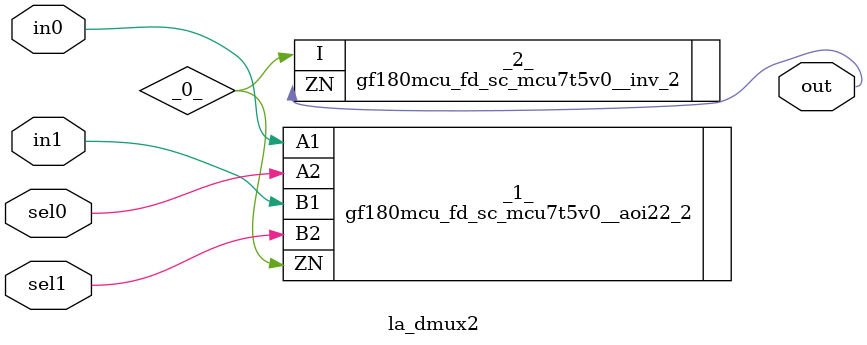
<source format=v>

/* Generated by Yosys 0.44 (git sha1 80ba43d26, g++ 11.4.0-1ubuntu1~22.04 -fPIC -O3) */

(* top =  1  *)
(* src = "inputs/la_dmux2.v:10.1-22.10" *)
module la_dmux2 (
    sel1,
    sel0,
    in1,
    in0,
    out
);
  wire _0_;
  (* src = "inputs/la_dmux2.v:16.12-16.15" *)
  input in0;
  wire in0;
  (* src = "inputs/la_dmux2.v:15.12-15.15" *)
  input in1;
  wire in1;
  (* src = "inputs/la_dmux2.v:17.12-17.15" *)
  output out;
  wire out;
  (* src = "inputs/la_dmux2.v:14.12-14.16" *)
  input sel0;
  wire sel0;
  (* src = "inputs/la_dmux2.v:13.12-13.16" *)
  input sel1;
  wire sel1;
  gf180mcu_fd_sc_mcu7t5v0__aoi22_2 _1_ (
      .A1(in0),
      .A2(sel0),
      .B1(in1),
      .B2(sel1),
      .ZN(_0_)
  );
  gf180mcu_fd_sc_mcu7t5v0__inv_2 _2_ (
      .I (_0_),
      .ZN(out)
  );
endmodule

</source>
